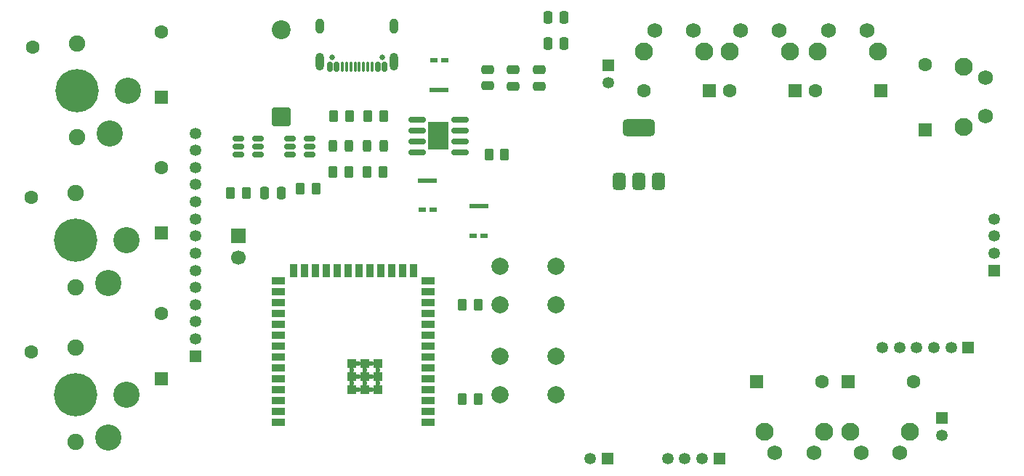
<source format=gbr>
%TF.GenerationSoftware,KiCad,Pcbnew,9.0.6*%
%TF.CreationDate,2025-12-14T23:53:19+07:00*%
%TF.ProjectId,audio_player,61756469-6f5f-4706-9c61-7965722e6b69,rev?*%
%TF.SameCoordinates,Original*%
%TF.FileFunction,Soldermask,Top*%
%TF.FilePolarity,Negative*%
%FSLAX46Y46*%
G04 Gerber Fmt 4.6, Leading zero omitted, Abs format (unit mm)*
G04 Created by KiCad (PCBNEW 9.0.6) date 2025-12-14 23:53:19*
%MOMM*%
%LPD*%
G01*
G04 APERTURE LIST*
G04 Aperture macros list*
%AMRoundRect*
0 Rectangle with rounded corners*
0 $1 Rounding radius*
0 $2 $3 $4 $5 $6 $7 $8 $9 X,Y pos of 4 corners*
0 Add a 4 corners polygon primitive as box body*
4,1,4,$2,$3,$4,$5,$6,$7,$8,$9,$2,$3,0*
0 Add four circle primitives for the rounded corners*
1,1,$1+$1,$2,$3*
1,1,$1+$1,$4,$5*
1,1,$1+$1,$6,$7*
1,1,$1+$1,$8,$9*
0 Add four rect primitives between the rounded corners*
20,1,$1+$1,$2,$3,$4,$5,0*
20,1,$1+$1,$4,$5,$6,$7,0*
20,1,$1+$1,$6,$7,$8,$9,0*
20,1,$1+$1,$8,$9,$2,$3,0*%
G04 Aperture macros list end*
%ADD10C,1.900000*%
%ADD11C,1.600000*%
%ADD12C,3.050000*%
%ADD13C,5.050000*%
%ADD14RoundRect,0.250000X-0.262500X-0.450000X0.262500X-0.450000X0.262500X0.450000X-0.262500X0.450000X0*%
%ADD15C,2.100000*%
%ADD16C,1.750000*%
%ADD17RoundRect,0.250000X0.262500X0.450000X-0.262500X0.450000X-0.262500X-0.450000X0.262500X-0.450000X0*%
%ADD18RoundRect,0.250000X-0.475000X0.250000X-0.475000X-0.250000X0.475000X-0.250000X0.475000X0.250000X0*%
%ADD19RoundRect,0.250000X-0.550000X-0.550000X0.550000X-0.550000X0.550000X0.550000X-0.550000X0.550000X0*%
%ADD20RoundRect,0.250000X0.550000X0.550000X-0.550000X0.550000X-0.550000X-0.550000X0.550000X-0.550000X0*%
%ADD21C,2.000000*%
%ADD22R,1.500000X0.900000*%
%ADD23R,0.900000X1.500000*%
%ADD24R,1.000000X1.000000*%
%ADD25C,0.600000*%
%ADD26RoundRect,0.250000X0.250000X0.475000X-0.250000X0.475000X-0.250000X-0.475000X0.250000X-0.475000X0*%
%ADD27R,2.210000X0.560000*%
%ADD28R,0.940000X0.560000*%
%ADD29RoundRect,0.250000X-0.250000X-0.475000X0.250000X-0.475000X0.250000X0.475000X-0.250000X0.475000X0*%
%ADD30R,1.350000X1.350000*%
%ADD31C,1.350000*%
%ADD32RoundRect,0.243750X-0.243750X-0.456250X0.243750X-0.456250X0.243750X0.456250X-0.243750X0.456250X0*%
%ADD33RoundRect,0.250000X0.550000X-0.550000X0.550000X0.550000X-0.550000X0.550000X-0.550000X-0.550000X0*%
%ADD34RoundRect,0.150000X-0.512500X-0.150000X0.512500X-0.150000X0.512500X0.150000X-0.512500X0.150000X0*%
%ADD35RoundRect,0.150000X0.825000X0.150000X-0.825000X0.150000X-0.825000X-0.150000X0.825000X-0.150000X0*%
%ADD36R,2.410000X3.300000*%
%ADD37R,1.700000X1.700000*%
%ADD38C,1.700000*%
%ADD39RoundRect,0.375000X0.375000X-0.625000X0.375000X0.625000X-0.375000X0.625000X-0.375000X-0.625000X0*%
%ADD40RoundRect,0.500000X1.400000X-0.500000X1.400000X0.500000X-1.400000X0.500000X-1.400000X-0.500000X0*%
%ADD41C,0.650000*%
%ADD42RoundRect,0.150000X0.150000X0.425000X-0.150000X0.425000X-0.150000X-0.425000X0.150000X-0.425000X0*%
%ADD43RoundRect,0.075000X0.075000X0.500000X-0.075000X0.500000X-0.075000X-0.500000X0.075000X-0.500000X0*%
%ADD44O,1.000000X2.100000*%
%ADD45O,1.000000X1.800000*%
%ADD46RoundRect,0.249999X0.850001X-0.850001X0.850001X0.850001X-0.850001X0.850001X-0.850001X-0.850001X0*%
%ADD47C,2.200000*%
G04 APERTURE END LIST*
D10*
%TO.C,SW2*%
X102000000Y-83500000D03*
D11*
X96850000Y-84000000D03*
D12*
X107900000Y-89000000D03*
D13*
X102000000Y-89000000D03*
D12*
X105800000Y-94000000D03*
D10*
X102000000Y-94500000D03*
%TD*%
D14*
%TO.C,R2*%
X132000000Y-81000000D03*
X133825000Y-81000000D03*
%TD*%
D15*
%TO.C,SW7*%
X188475000Y-66990000D03*
X195485000Y-66990000D03*
D16*
X189725000Y-64500000D03*
X194225000Y-64500000D03*
%TD*%
D15*
%TO.C,SW8*%
X178250000Y-66990000D03*
X185260000Y-66990000D03*
D16*
X179500000Y-64500000D03*
X184000000Y-64500000D03*
%TD*%
D17*
%TO.C,R8*%
X148912500Y-107500000D03*
X147087500Y-107500000D03*
%TD*%
D18*
%TO.C,C3*%
X153000000Y-69100000D03*
X153000000Y-71000000D03*
%TD*%
D19*
%TO.C,D4*%
X192000000Y-105500000D03*
D11*
X199620000Y-105500000D03*
%TD*%
D15*
%TO.C,SW6*%
X205510000Y-68750000D03*
X205510000Y-75760000D03*
D16*
X208000000Y-70000000D03*
X208000000Y-74500000D03*
%TD*%
D20*
%TO.C,D11*%
X175810000Y-71500000D03*
D11*
X168190000Y-71500000D03*
%TD*%
D14*
%TO.C,R7*%
X136087500Y-74500000D03*
X137912500Y-74500000D03*
%TD*%
D21*
%TO.C,SW11*%
X151500000Y-92000000D03*
X158000000Y-92000000D03*
X151500000Y-96500000D03*
X158000000Y-96500000D03*
%TD*%
D22*
%TO.C,U1*%
X143115000Y-110260000D03*
X143115000Y-108990000D03*
X143115000Y-107720000D03*
X143115000Y-106450000D03*
X143115000Y-105180000D03*
X143115000Y-103910000D03*
X143115000Y-102640000D03*
X143115000Y-101370000D03*
X143115000Y-100100000D03*
X143115000Y-98830000D03*
X143115000Y-97560000D03*
X143115000Y-96290000D03*
X143115000Y-95020000D03*
X143115000Y-93750000D03*
D23*
X141350000Y-92500000D03*
X140080000Y-92500000D03*
X138810000Y-92500000D03*
X137540000Y-92500000D03*
X136270000Y-92500000D03*
X135000000Y-92500000D03*
X133730000Y-92500000D03*
X132460000Y-92500000D03*
X131190000Y-92500000D03*
X129920000Y-92500000D03*
X128650000Y-92500000D03*
X127380000Y-92500000D03*
D22*
X125615000Y-93750000D03*
X125615000Y-95020000D03*
X125615000Y-96290000D03*
X125615000Y-97560000D03*
X125615000Y-98830000D03*
X125615000Y-100100000D03*
X125615000Y-101370000D03*
X125615000Y-102640000D03*
X125615000Y-103910000D03*
X125615000Y-105180000D03*
X125615000Y-106450000D03*
X125615000Y-107720000D03*
X125615000Y-108990000D03*
X125615000Y-110260000D03*
D24*
X137225000Y-106410000D03*
D25*
X137225000Y-105660000D03*
D24*
X137225000Y-104910000D03*
D25*
X137225000Y-104160000D03*
D24*
X137225000Y-103410000D03*
D25*
X136475000Y-106410000D03*
X136475000Y-104910000D03*
X136475000Y-103410000D03*
D24*
X135725000Y-106410000D03*
D25*
X135725000Y-105660000D03*
D24*
X135725000Y-104910000D03*
D25*
X135725000Y-104160000D03*
D24*
X135725000Y-103410000D03*
D25*
X134975000Y-106410000D03*
X134975000Y-104910000D03*
X134975000Y-103410000D03*
D24*
X134225000Y-106410000D03*
D25*
X134225000Y-105660000D03*
D24*
X134225000Y-104910000D03*
D25*
X134225000Y-104160000D03*
D24*
X134225000Y-103410000D03*
%TD*%
D26*
%TO.C,C6*%
X125950000Y-83500000D03*
X124050000Y-83500000D03*
%TD*%
D27*
%TO.C,D15*%
X144365000Y-71440000D03*
D28*
X143730000Y-68000000D03*
X145000000Y-68000000D03*
%TD*%
D29*
%TO.C,C7*%
X157050000Y-63000000D03*
X158950000Y-63000000D03*
%TD*%
D20*
%TO.C,D7*%
X195810000Y-71500000D03*
D11*
X188190000Y-71500000D03*
%TD*%
D30*
%TO.C,J6*%
X164000000Y-114500000D03*
D31*
X162000000Y-114500000D03*
%TD*%
D20*
%TO.C,D10*%
X185810000Y-71500000D03*
D11*
X178190000Y-71500000D03*
%TD*%
D29*
%TO.C,C1*%
X157050000Y-66000000D03*
X158950000Y-66000000D03*
%TD*%
D32*
%TO.C,D9*%
X132000000Y-78000000D03*
X133875000Y-78000000D03*
%TD*%
D17*
%TO.C,R3*%
X152000000Y-79000000D03*
X150175000Y-79000000D03*
%TD*%
D33*
%TO.C,D3*%
X112000000Y-72310000D03*
D11*
X112000000Y-64690000D03*
%TD*%
D19*
%TO.C,D5*%
X181380000Y-105500000D03*
D11*
X189000000Y-105500000D03*
%TD*%
D21*
%TO.C,SW9*%
X151500000Y-102500000D03*
X158000000Y-102500000D03*
X151500000Y-107000000D03*
X158000000Y-107000000D03*
%TD*%
D33*
%TO.C,D6*%
X201000000Y-76085000D03*
D11*
X201000000Y-68465000D03*
%TD*%
D30*
%TO.C,J7*%
X177000000Y-114500000D03*
D31*
X175000000Y-114500000D03*
X173000000Y-114500000D03*
X171000000Y-114500000D03*
%TD*%
D34*
%TO.C,U6*%
X121000000Y-77100000D03*
X121000000Y-78050000D03*
X121000000Y-79000000D03*
X123275000Y-79000000D03*
X123275000Y-78050000D03*
X123275000Y-77100000D03*
%TD*%
D17*
%TO.C,R9*%
X148912500Y-96500000D03*
X147087500Y-96500000D03*
%TD*%
D27*
%TO.C,D13*%
X149000000Y-85000000D03*
D28*
X149635000Y-88440000D03*
X148365000Y-88440000D03*
%TD*%
D15*
%TO.C,SW5*%
X189250000Y-111297500D03*
X182240000Y-111297500D03*
D16*
X188000000Y-113787500D03*
X183500000Y-113787500D03*
%TD*%
D30*
%TO.C,J9*%
X202946000Y-109744000D03*
D31*
X202946000Y-111744000D03*
%TD*%
D34*
%TO.C,U4*%
X127000000Y-77100000D03*
X127000000Y-78050000D03*
X127000000Y-79000000D03*
X129275000Y-79000000D03*
X129275000Y-78050000D03*
X129275000Y-77100000D03*
%TD*%
D14*
%TO.C,R6*%
X132087500Y-74500000D03*
X133912500Y-74500000D03*
%TD*%
D17*
%TO.C,R4*%
X130000000Y-83000000D03*
X128175000Y-83000000D03*
%TD*%
D35*
%TO.C,U2*%
X146775000Y-78705000D03*
X146775000Y-77435000D03*
X146775000Y-76165000D03*
X146775000Y-74895000D03*
X141825000Y-74895000D03*
X141825000Y-76165000D03*
X141825000Y-77435000D03*
X141825000Y-78705000D03*
D36*
X144300000Y-76800000D03*
%TD*%
D17*
%TO.C,R5*%
X121912500Y-83500000D03*
X120087500Y-83500000D03*
%TD*%
D15*
%TO.C,SW4*%
X199250000Y-111297500D03*
X192240000Y-111297500D03*
D16*
X198000000Y-113787500D03*
X193500000Y-113787500D03*
%TD*%
D37*
%TO.C,J5*%
X121000000Y-88500000D03*
D38*
X121000000Y-91040000D03*
%TD*%
D10*
%TO.C,SW1*%
X102000000Y-101500000D03*
D11*
X96850000Y-102000000D03*
D12*
X107900000Y-107000000D03*
D13*
X102000000Y-107000000D03*
D12*
X105800000Y-112000000D03*
D10*
X102000000Y-112500000D03*
%TD*%
%TO.C,SW3*%
X102200000Y-66000000D03*
D11*
X97050000Y-66500000D03*
D12*
X108100000Y-71500000D03*
D13*
X102200000Y-71500000D03*
D12*
X106000000Y-76500000D03*
D10*
X102200000Y-77000000D03*
%TD*%
D14*
%TO.C,R1*%
X136000000Y-81000000D03*
X137825000Y-81000000D03*
%TD*%
D39*
%TO.C,U5*%
X165340000Y-82144000D03*
X167640000Y-82144000D03*
D40*
X167640000Y-75844000D03*
D39*
X169940000Y-82144000D03*
%TD*%
D27*
%TO.C,D14*%
X143000000Y-82000000D03*
D28*
X143635000Y-85440000D03*
X142365000Y-85440000D03*
%TD*%
D18*
%TO.C,C2*%
X150000000Y-69050000D03*
X150000000Y-70950000D03*
%TD*%
D30*
%TO.C,J4*%
X206000000Y-101500000D03*
D31*
X204000000Y-101500000D03*
X202000000Y-101500000D03*
X200000000Y-101500000D03*
X198000000Y-101500000D03*
X196000000Y-101500000D03*
%TD*%
D32*
%TO.C,D8*%
X136000000Y-78000000D03*
X137875000Y-78000000D03*
%TD*%
D41*
%TO.C,J1*%
X137710000Y-67680000D03*
X131930000Y-67680000D03*
D42*
X138020000Y-68755000D03*
X137220000Y-68755000D03*
D43*
X136070000Y-68755000D03*
X135070000Y-68755000D03*
X134570000Y-68755000D03*
X133570000Y-68755000D03*
D42*
X132420000Y-68755000D03*
X131620000Y-68755000D03*
X131620000Y-68755000D03*
X132420000Y-68755000D03*
D43*
X133070000Y-68755000D03*
X134070000Y-68755000D03*
X135570000Y-68755000D03*
X136570000Y-68755000D03*
D42*
X137220000Y-68755000D03*
X138020000Y-68755000D03*
D44*
X139140000Y-68180000D03*
D45*
X139140000Y-64000000D03*
D44*
X130500000Y-68180000D03*
D45*
X130500000Y-64000000D03*
%TD*%
D18*
%TO.C,C4*%
X156000000Y-69100000D03*
X156000000Y-71000000D03*
%TD*%
D15*
%TO.C,SW10*%
X168250000Y-66990000D03*
X175260000Y-66990000D03*
D16*
X169500000Y-64500000D03*
X174000000Y-64500000D03*
%TD*%
D33*
%TO.C,D1*%
X112000000Y-105120000D03*
D11*
X112000000Y-97500000D03*
%TD*%
D46*
%TO.C,D12*%
X126000000Y-74580000D03*
D47*
X126000000Y-64420000D03*
%TD*%
D30*
%TO.C,J8*%
X164084000Y-68596000D03*
D31*
X164084000Y-70596000D03*
%TD*%
D33*
%TO.C,D2*%
X112000000Y-88120000D03*
D11*
X112000000Y-80500000D03*
%TD*%
D30*
%TO.C,J3*%
X209000000Y-92500000D03*
D31*
X209000000Y-90500000D03*
X209000000Y-88500000D03*
X209000000Y-86500000D03*
%TD*%
D30*
%TO.C,J2*%
X116000000Y-102500000D03*
D31*
X116000000Y-100500000D03*
X116000000Y-98500000D03*
X116000000Y-96500000D03*
X116000000Y-94500000D03*
X116000000Y-92500000D03*
X116000000Y-90500000D03*
X116000000Y-88500000D03*
X116000000Y-86500000D03*
X116000000Y-84500000D03*
X116000000Y-82500000D03*
X116000000Y-80500000D03*
X116000000Y-78500000D03*
X116000000Y-76500000D03*
%TD*%
M02*

</source>
